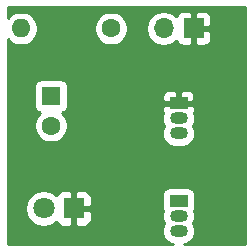
<source format=gbr>
G04 #@! TF.GenerationSoftware,KiCad,Pcbnew,(5.1.5)-3*
G04 #@! TF.CreationDate,2020-05-15T17:18:22+09:00*
G04 #@! TF.ProjectId,test1,74657374-312e-46b6-9963-61645f706362,rev?*
G04 #@! TF.SameCoordinates,Original*
G04 #@! TF.FileFunction,Copper,L2,Bot*
G04 #@! TF.FilePolarity,Positive*
%FSLAX46Y46*%
G04 Gerber Fmt 4.6, Leading zero omitted, Abs format (unit mm)*
G04 Created by KiCad (PCBNEW (5.1.5)-3) date 2020-05-15 17:18:22*
%MOMM*%
%LPD*%
G04 APERTURE LIST*
%ADD10R,1.600000X1.600000*%
%ADD11C,1.600000*%
%ADD12R,1.800000X1.800000*%
%ADD13C,1.800000*%
%ADD14R,1.700000X1.700000*%
%ADD15O,1.700000X1.700000*%
%ADD16R,1.500000X1.050000*%
%ADD17O,1.500000X1.050000*%
%ADD18O,1.600000X1.600000*%
%ADD19C,0.250000*%
%ADD20C,0.254000*%
G04 APERTURE END LIST*
D10*
X83185000Y-108585000D03*
D11*
X83185000Y-111085000D03*
D12*
X85090000Y-118110000D03*
D13*
X82550000Y-118110000D03*
D14*
X95250000Y-102870000D03*
D15*
X92710000Y-102870000D03*
D16*
X93980000Y-109220000D03*
D17*
X93980000Y-111760000D03*
X93980000Y-110490000D03*
X93980000Y-118745000D03*
X93980000Y-120015000D03*
D16*
X93980000Y-117475000D03*
D11*
X88265000Y-102870000D03*
D18*
X80645000Y-102870000D03*
D19*
X85090000Y-118110000D02*
X85090000Y-115570000D01*
X91440000Y-109220000D02*
X93980000Y-109220000D01*
X85090000Y-115570000D02*
X91440000Y-109220000D01*
X94980000Y-109220000D02*
X93980000Y-109220000D01*
X95250000Y-108950000D02*
X94980000Y-109220000D01*
X95250000Y-102870000D02*
X95250000Y-108950000D01*
D20*
G36*
X99568000Y-121158000D02*
G01*
X94433109Y-121158000D01*
X94651060Y-121091885D01*
X94852579Y-120984171D01*
X95029212Y-120839212D01*
X95174171Y-120662579D01*
X95281885Y-120461060D01*
X95348215Y-120242400D01*
X95370612Y-120015000D01*
X95348215Y-119787600D01*
X95281885Y-119568940D01*
X95180895Y-119380000D01*
X95281885Y-119191060D01*
X95348215Y-118972400D01*
X95370612Y-118745000D01*
X95348215Y-118517600D01*
X95284907Y-118308902D01*
X95319502Y-118244180D01*
X95355812Y-118124482D01*
X95368072Y-118000000D01*
X95368072Y-116950000D01*
X95355812Y-116825518D01*
X95319502Y-116705820D01*
X95260537Y-116595506D01*
X95181185Y-116498815D01*
X95084494Y-116419463D01*
X94974180Y-116360498D01*
X94854482Y-116324188D01*
X94730000Y-116311928D01*
X93230000Y-116311928D01*
X93105518Y-116324188D01*
X92985820Y-116360498D01*
X92875506Y-116419463D01*
X92778815Y-116498815D01*
X92699463Y-116595506D01*
X92640498Y-116705820D01*
X92604188Y-116825518D01*
X92591928Y-116950000D01*
X92591928Y-118000000D01*
X92604188Y-118124482D01*
X92640498Y-118244180D01*
X92675093Y-118308902D01*
X92611785Y-118517600D01*
X92589388Y-118745000D01*
X92611785Y-118972400D01*
X92678115Y-119191060D01*
X92779105Y-119380000D01*
X92678115Y-119568940D01*
X92611785Y-119787600D01*
X92589388Y-120015000D01*
X92611785Y-120242400D01*
X92678115Y-120461060D01*
X92785829Y-120662579D01*
X92930788Y-120839212D01*
X93107421Y-120984171D01*
X93308940Y-121091885D01*
X93526891Y-121158000D01*
X79502000Y-121158000D01*
X79502000Y-117958816D01*
X81015000Y-117958816D01*
X81015000Y-118261184D01*
X81073989Y-118557743D01*
X81189701Y-118837095D01*
X81357688Y-119088505D01*
X81571495Y-119302312D01*
X81822905Y-119470299D01*
X82102257Y-119586011D01*
X82398816Y-119645000D01*
X82701184Y-119645000D01*
X82997743Y-119586011D01*
X83277095Y-119470299D01*
X83528505Y-119302312D01*
X83594944Y-119235873D01*
X83600498Y-119254180D01*
X83659463Y-119364494D01*
X83738815Y-119461185D01*
X83835506Y-119540537D01*
X83945820Y-119599502D01*
X84065518Y-119635812D01*
X84190000Y-119648072D01*
X84804250Y-119645000D01*
X84963000Y-119486250D01*
X84963000Y-118237000D01*
X85217000Y-118237000D01*
X85217000Y-119486250D01*
X85375750Y-119645000D01*
X85990000Y-119648072D01*
X86114482Y-119635812D01*
X86234180Y-119599502D01*
X86344494Y-119540537D01*
X86441185Y-119461185D01*
X86520537Y-119364494D01*
X86579502Y-119254180D01*
X86615812Y-119134482D01*
X86628072Y-119010000D01*
X86625000Y-118395750D01*
X86466250Y-118237000D01*
X85217000Y-118237000D01*
X84963000Y-118237000D01*
X84943000Y-118237000D01*
X84943000Y-117983000D01*
X84963000Y-117983000D01*
X84963000Y-116733750D01*
X85217000Y-116733750D01*
X85217000Y-117983000D01*
X86466250Y-117983000D01*
X86625000Y-117824250D01*
X86628072Y-117210000D01*
X86615812Y-117085518D01*
X86579502Y-116965820D01*
X86520537Y-116855506D01*
X86441185Y-116758815D01*
X86344494Y-116679463D01*
X86234180Y-116620498D01*
X86114482Y-116584188D01*
X85990000Y-116571928D01*
X85375750Y-116575000D01*
X85217000Y-116733750D01*
X84963000Y-116733750D01*
X84804250Y-116575000D01*
X84190000Y-116571928D01*
X84065518Y-116584188D01*
X83945820Y-116620498D01*
X83835506Y-116679463D01*
X83738815Y-116758815D01*
X83659463Y-116855506D01*
X83600498Y-116965820D01*
X83594944Y-116984127D01*
X83528505Y-116917688D01*
X83277095Y-116749701D01*
X82997743Y-116633989D01*
X82701184Y-116575000D01*
X82398816Y-116575000D01*
X82102257Y-116633989D01*
X81822905Y-116749701D01*
X81571495Y-116917688D01*
X81357688Y-117131495D01*
X81189701Y-117382905D01*
X81073989Y-117662257D01*
X81015000Y-117958816D01*
X79502000Y-117958816D01*
X79502000Y-107785000D01*
X81746928Y-107785000D01*
X81746928Y-109385000D01*
X81759188Y-109509482D01*
X81795498Y-109629180D01*
X81854463Y-109739494D01*
X81933815Y-109836185D01*
X82030506Y-109915537D01*
X82140820Y-109974502D01*
X82236943Y-110003661D01*
X82070363Y-110170241D01*
X81913320Y-110405273D01*
X81805147Y-110666426D01*
X81750000Y-110943665D01*
X81750000Y-111226335D01*
X81805147Y-111503574D01*
X81913320Y-111764727D01*
X82070363Y-111999759D01*
X82270241Y-112199637D01*
X82505273Y-112356680D01*
X82766426Y-112464853D01*
X83043665Y-112520000D01*
X83326335Y-112520000D01*
X83603574Y-112464853D01*
X83864727Y-112356680D01*
X84099759Y-112199637D01*
X84299637Y-111999759D01*
X84456680Y-111764727D01*
X84564853Y-111503574D01*
X84620000Y-111226335D01*
X84620000Y-110943665D01*
X84564853Y-110666426D01*
X84491776Y-110490000D01*
X92589388Y-110490000D01*
X92611785Y-110717400D01*
X92678115Y-110936060D01*
X92779105Y-111125000D01*
X92678115Y-111313940D01*
X92611785Y-111532600D01*
X92589388Y-111760000D01*
X92611785Y-111987400D01*
X92678115Y-112206060D01*
X92785829Y-112407579D01*
X92930788Y-112584212D01*
X93107421Y-112729171D01*
X93308940Y-112836885D01*
X93527600Y-112903215D01*
X93698021Y-112920000D01*
X94261979Y-112920000D01*
X94432400Y-112903215D01*
X94651060Y-112836885D01*
X94852579Y-112729171D01*
X95029212Y-112584212D01*
X95174171Y-112407579D01*
X95281885Y-112206060D01*
X95348215Y-111987400D01*
X95370612Y-111760000D01*
X95348215Y-111532600D01*
X95281885Y-111313940D01*
X95180895Y-111125000D01*
X95281885Y-110936060D01*
X95348215Y-110717400D01*
X95370612Y-110490000D01*
X95348215Y-110262600D01*
X95284907Y-110053902D01*
X95319502Y-109989180D01*
X95355812Y-109869482D01*
X95368072Y-109745000D01*
X95365000Y-109505750D01*
X95206250Y-109347000D01*
X94433109Y-109347000D01*
X94432400Y-109346785D01*
X94261979Y-109330000D01*
X93698021Y-109330000D01*
X93527600Y-109346785D01*
X93526891Y-109347000D01*
X92753750Y-109347000D01*
X92595000Y-109505750D01*
X92591928Y-109745000D01*
X92604188Y-109869482D01*
X92640498Y-109989180D01*
X92675093Y-110053902D01*
X92611785Y-110262600D01*
X92589388Y-110490000D01*
X84491776Y-110490000D01*
X84456680Y-110405273D01*
X84299637Y-110170241D01*
X84133057Y-110003661D01*
X84229180Y-109974502D01*
X84339494Y-109915537D01*
X84436185Y-109836185D01*
X84515537Y-109739494D01*
X84574502Y-109629180D01*
X84610812Y-109509482D01*
X84623072Y-109385000D01*
X84623072Y-108695000D01*
X92591928Y-108695000D01*
X92595000Y-108934250D01*
X92753750Y-109093000D01*
X93853000Y-109093000D01*
X93853000Y-108218750D01*
X94107000Y-108218750D01*
X94107000Y-109093000D01*
X95206250Y-109093000D01*
X95365000Y-108934250D01*
X95368072Y-108695000D01*
X95355812Y-108570518D01*
X95319502Y-108450820D01*
X95260537Y-108340506D01*
X95181185Y-108243815D01*
X95084494Y-108164463D01*
X94974180Y-108105498D01*
X94854482Y-108069188D01*
X94730000Y-108056928D01*
X94265750Y-108060000D01*
X94107000Y-108218750D01*
X93853000Y-108218750D01*
X93694250Y-108060000D01*
X93230000Y-108056928D01*
X93105518Y-108069188D01*
X92985820Y-108105498D01*
X92875506Y-108164463D01*
X92778815Y-108243815D01*
X92699463Y-108340506D01*
X92640498Y-108450820D01*
X92604188Y-108570518D01*
X92591928Y-108695000D01*
X84623072Y-108695000D01*
X84623072Y-107785000D01*
X84610812Y-107660518D01*
X84574502Y-107540820D01*
X84515537Y-107430506D01*
X84436185Y-107333815D01*
X84339494Y-107254463D01*
X84229180Y-107195498D01*
X84109482Y-107159188D01*
X83985000Y-107146928D01*
X82385000Y-107146928D01*
X82260518Y-107159188D01*
X82140820Y-107195498D01*
X82030506Y-107254463D01*
X81933815Y-107333815D01*
X81854463Y-107430506D01*
X81795498Y-107540820D01*
X81759188Y-107660518D01*
X81746928Y-107785000D01*
X79502000Y-107785000D01*
X79502000Y-103742311D01*
X79530363Y-103784759D01*
X79730241Y-103984637D01*
X79965273Y-104141680D01*
X80226426Y-104249853D01*
X80503665Y-104305000D01*
X80786335Y-104305000D01*
X81063574Y-104249853D01*
X81324727Y-104141680D01*
X81559759Y-103984637D01*
X81759637Y-103784759D01*
X81916680Y-103549727D01*
X82024853Y-103288574D01*
X82080000Y-103011335D01*
X82080000Y-102728665D01*
X86830000Y-102728665D01*
X86830000Y-103011335D01*
X86885147Y-103288574D01*
X86993320Y-103549727D01*
X87150363Y-103784759D01*
X87350241Y-103984637D01*
X87585273Y-104141680D01*
X87846426Y-104249853D01*
X88123665Y-104305000D01*
X88406335Y-104305000D01*
X88683574Y-104249853D01*
X88944727Y-104141680D01*
X89179759Y-103984637D01*
X89379637Y-103784759D01*
X89536680Y-103549727D01*
X89644853Y-103288574D01*
X89700000Y-103011335D01*
X89700000Y-102728665D01*
X89699021Y-102723740D01*
X91225000Y-102723740D01*
X91225000Y-103016260D01*
X91282068Y-103303158D01*
X91394010Y-103573411D01*
X91556525Y-103816632D01*
X91763368Y-104023475D01*
X92006589Y-104185990D01*
X92276842Y-104297932D01*
X92563740Y-104355000D01*
X92856260Y-104355000D01*
X93143158Y-104297932D01*
X93413411Y-104185990D01*
X93656632Y-104023475D01*
X93788487Y-103891620D01*
X93810498Y-103964180D01*
X93869463Y-104074494D01*
X93948815Y-104171185D01*
X94045506Y-104250537D01*
X94155820Y-104309502D01*
X94275518Y-104345812D01*
X94400000Y-104358072D01*
X94964250Y-104355000D01*
X95123000Y-104196250D01*
X95123000Y-102997000D01*
X95377000Y-102997000D01*
X95377000Y-104196250D01*
X95535750Y-104355000D01*
X96100000Y-104358072D01*
X96224482Y-104345812D01*
X96344180Y-104309502D01*
X96454494Y-104250537D01*
X96551185Y-104171185D01*
X96630537Y-104074494D01*
X96689502Y-103964180D01*
X96725812Y-103844482D01*
X96738072Y-103720000D01*
X96735000Y-103155750D01*
X96576250Y-102997000D01*
X95377000Y-102997000D01*
X95123000Y-102997000D01*
X95103000Y-102997000D01*
X95103000Y-102743000D01*
X95123000Y-102743000D01*
X95123000Y-101543750D01*
X95377000Y-101543750D01*
X95377000Y-102743000D01*
X96576250Y-102743000D01*
X96735000Y-102584250D01*
X96738072Y-102020000D01*
X96725812Y-101895518D01*
X96689502Y-101775820D01*
X96630537Y-101665506D01*
X96551185Y-101568815D01*
X96454494Y-101489463D01*
X96344180Y-101430498D01*
X96224482Y-101394188D01*
X96100000Y-101381928D01*
X95535750Y-101385000D01*
X95377000Y-101543750D01*
X95123000Y-101543750D01*
X94964250Y-101385000D01*
X94400000Y-101381928D01*
X94275518Y-101394188D01*
X94155820Y-101430498D01*
X94045506Y-101489463D01*
X93948815Y-101568815D01*
X93869463Y-101665506D01*
X93810498Y-101775820D01*
X93788487Y-101848380D01*
X93656632Y-101716525D01*
X93413411Y-101554010D01*
X93143158Y-101442068D01*
X92856260Y-101385000D01*
X92563740Y-101385000D01*
X92276842Y-101442068D01*
X92006589Y-101554010D01*
X91763368Y-101716525D01*
X91556525Y-101923368D01*
X91394010Y-102166589D01*
X91282068Y-102436842D01*
X91225000Y-102723740D01*
X89699021Y-102723740D01*
X89644853Y-102451426D01*
X89536680Y-102190273D01*
X89379637Y-101955241D01*
X89179759Y-101755363D01*
X88944727Y-101598320D01*
X88683574Y-101490147D01*
X88406335Y-101435000D01*
X88123665Y-101435000D01*
X87846426Y-101490147D01*
X87585273Y-101598320D01*
X87350241Y-101755363D01*
X87150363Y-101955241D01*
X86993320Y-102190273D01*
X86885147Y-102451426D01*
X86830000Y-102728665D01*
X82080000Y-102728665D01*
X82024853Y-102451426D01*
X81916680Y-102190273D01*
X81759637Y-101955241D01*
X81559759Y-101755363D01*
X81324727Y-101598320D01*
X81063574Y-101490147D01*
X80786335Y-101435000D01*
X80503665Y-101435000D01*
X80226426Y-101490147D01*
X79965273Y-101598320D01*
X79730241Y-101755363D01*
X79530363Y-101955241D01*
X79502000Y-101997689D01*
X79502000Y-101092000D01*
X99568000Y-101092000D01*
X99568000Y-121158000D01*
G37*
X99568000Y-121158000D02*
X94433109Y-121158000D01*
X94651060Y-121091885D01*
X94852579Y-120984171D01*
X95029212Y-120839212D01*
X95174171Y-120662579D01*
X95281885Y-120461060D01*
X95348215Y-120242400D01*
X95370612Y-120015000D01*
X95348215Y-119787600D01*
X95281885Y-119568940D01*
X95180895Y-119380000D01*
X95281885Y-119191060D01*
X95348215Y-118972400D01*
X95370612Y-118745000D01*
X95348215Y-118517600D01*
X95284907Y-118308902D01*
X95319502Y-118244180D01*
X95355812Y-118124482D01*
X95368072Y-118000000D01*
X95368072Y-116950000D01*
X95355812Y-116825518D01*
X95319502Y-116705820D01*
X95260537Y-116595506D01*
X95181185Y-116498815D01*
X95084494Y-116419463D01*
X94974180Y-116360498D01*
X94854482Y-116324188D01*
X94730000Y-116311928D01*
X93230000Y-116311928D01*
X93105518Y-116324188D01*
X92985820Y-116360498D01*
X92875506Y-116419463D01*
X92778815Y-116498815D01*
X92699463Y-116595506D01*
X92640498Y-116705820D01*
X92604188Y-116825518D01*
X92591928Y-116950000D01*
X92591928Y-118000000D01*
X92604188Y-118124482D01*
X92640498Y-118244180D01*
X92675093Y-118308902D01*
X92611785Y-118517600D01*
X92589388Y-118745000D01*
X92611785Y-118972400D01*
X92678115Y-119191060D01*
X92779105Y-119380000D01*
X92678115Y-119568940D01*
X92611785Y-119787600D01*
X92589388Y-120015000D01*
X92611785Y-120242400D01*
X92678115Y-120461060D01*
X92785829Y-120662579D01*
X92930788Y-120839212D01*
X93107421Y-120984171D01*
X93308940Y-121091885D01*
X93526891Y-121158000D01*
X79502000Y-121158000D01*
X79502000Y-117958816D01*
X81015000Y-117958816D01*
X81015000Y-118261184D01*
X81073989Y-118557743D01*
X81189701Y-118837095D01*
X81357688Y-119088505D01*
X81571495Y-119302312D01*
X81822905Y-119470299D01*
X82102257Y-119586011D01*
X82398816Y-119645000D01*
X82701184Y-119645000D01*
X82997743Y-119586011D01*
X83277095Y-119470299D01*
X83528505Y-119302312D01*
X83594944Y-119235873D01*
X83600498Y-119254180D01*
X83659463Y-119364494D01*
X83738815Y-119461185D01*
X83835506Y-119540537D01*
X83945820Y-119599502D01*
X84065518Y-119635812D01*
X84190000Y-119648072D01*
X84804250Y-119645000D01*
X84963000Y-119486250D01*
X84963000Y-118237000D01*
X85217000Y-118237000D01*
X85217000Y-119486250D01*
X85375750Y-119645000D01*
X85990000Y-119648072D01*
X86114482Y-119635812D01*
X86234180Y-119599502D01*
X86344494Y-119540537D01*
X86441185Y-119461185D01*
X86520537Y-119364494D01*
X86579502Y-119254180D01*
X86615812Y-119134482D01*
X86628072Y-119010000D01*
X86625000Y-118395750D01*
X86466250Y-118237000D01*
X85217000Y-118237000D01*
X84963000Y-118237000D01*
X84943000Y-118237000D01*
X84943000Y-117983000D01*
X84963000Y-117983000D01*
X84963000Y-116733750D01*
X85217000Y-116733750D01*
X85217000Y-117983000D01*
X86466250Y-117983000D01*
X86625000Y-117824250D01*
X86628072Y-117210000D01*
X86615812Y-117085518D01*
X86579502Y-116965820D01*
X86520537Y-116855506D01*
X86441185Y-116758815D01*
X86344494Y-116679463D01*
X86234180Y-116620498D01*
X86114482Y-116584188D01*
X85990000Y-116571928D01*
X85375750Y-116575000D01*
X85217000Y-116733750D01*
X84963000Y-116733750D01*
X84804250Y-116575000D01*
X84190000Y-116571928D01*
X84065518Y-116584188D01*
X83945820Y-116620498D01*
X83835506Y-116679463D01*
X83738815Y-116758815D01*
X83659463Y-116855506D01*
X83600498Y-116965820D01*
X83594944Y-116984127D01*
X83528505Y-116917688D01*
X83277095Y-116749701D01*
X82997743Y-116633989D01*
X82701184Y-116575000D01*
X82398816Y-116575000D01*
X82102257Y-116633989D01*
X81822905Y-116749701D01*
X81571495Y-116917688D01*
X81357688Y-117131495D01*
X81189701Y-117382905D01*
X81073989Y-117662257D01*
X81015000Y-117958816D01*
X79502000Y-117958816D01*
X79502000Y-107785000D01*
X81746928Y-107785000D01*
X81746928Y-109385000D01*
X81759188Y-109509482D01*
X81795498Y-109629180D01*
X81854463Y-109739494D01*
X81933815Y-109836185D01*
X82030506Y-109915537D01*
X82140820Y-109974502D01*
X82236943Y-110003661D01*
X82070363Y-110170241D01*
X81913320Y-110405273D01*
X81805147Y-110666426D01*
X81750000Y-110943665D01*
X81750000Y-111226335D01*
X81805147Y-111503574D01*
X81913320Y-111764727D01*
X82070363Y-111999759D01*
X82270241Y-112199637D01*
X82505273Y-112356680D01*
X82766426Y-112464853D01*
X83043665Y-112520000D01*
X83326335Y-112520000D01*
X83603574Y-112464853D01*
X83864727Y-112356680D01*
X84099759Y-112199637D01*
X84299637Y-111999759D01*
X84456680Y-111764727D01*
X84564853Y-111503574D01*
X84620000Y-111226335D01*
X84620000Y-110943665D01*
X84564853Y-110666426D01*
X84491776Y-110490000D01*
X92589388Y-110490000D01*
X92611785Y-110717400D01*
X92678115Y-110936060D01*
X92779105Y-111125000D01*
X92678115Y-111313940D01*
X92611785Y-111532600D01*
X92589388Y-111760000D01*
X92611785Y-111987400D01*
X92678115Y-112206060D01*
X92785829Y-112407579D01*
X92930788Y-112584212D01*
X93107421Y-112729171D01*
X93308940Y-112836885D01*
X93527600Y-112903215D01*
X93698021Y-112920000D01*
X94261979Y-112920000D01*
X94432400Y-112903215D01*
X94651060Y-112836885D01*
X94852579Y-112729171D01*
X95029212Y-112584212D01*
X95174171Y-112407579D01*
X95281885Y-112206060D01*
X95348215Y-111987400D01*
X95370612Y-111760000D01*
X95348215Y-111532600D01*
X95281885Y-111313940D01*
X95180895Y-111125000D01*
X95281885Y-110936060D01*
X95348215Y-110717400D01*
X95370612Y-110490000D01*
X95348215Y-110262600D01*
X95284907Y-110053902D01*
X95319502Y-109989180D01*
X95355812Y-109869482D01*
X95368072Y-109745000D01*
X95365000Y-109505750D01*
X95206250Y-109347000D01*
X94433109Y-109347000D01*
X94432400Y-109346785D01*
X94261979Y-109330000D01*
X93698021Y-109330000D01*
X93527600Y-109346785D01*
X93526891Y-109347000D01*
X92753750Y-109347000D01*
X92595000Y-109505750D01*
X92591928Y-109745000D01*
X92604188Y-109869482D01*
X92640498Y-109989180D01*
X92675093Y-110053902D01*
X92611785Y-110262600D01*
X92589388Y-110490000D01*
X84491776Y-110490000D01*
X84456680Y-110405273D01*
X84299637Y-110170241D01*
X84133057Y-110003661D01*
X84229180Y-109974502D01*
X84339494Y-109915537D01*
X84436185Y-109836185D01*
X84515537Y-109739494D01*
X84574502Y-109629180D01*
X84610812Y-109509482D01*
X84623072Y-109385000D01*
X84623072Y-108695000D01*
X92591928Y-108695000D01*
X92595000Y-108934250D01*
X92753750Y-109093000D01*
X93853000Y-109093000D01*
X93853000Y-108218750D01*
X94107000Y-108218750D01*
X94107000Y-109093000D01*
X95206250Y-109093000D01*
X95365000Y-108934250D01*
X95368072Y-108695000D01*
X95355812Y-108570518D01*
X95319502Y-108450820D01*
X95260537Y-108340506D01*
X95181185Y-108243815D01*
X95084494Y-108164463D01*
X94974180Y-108105498D01*
X94854482Y-108069188D01*
X94730000Y-108056928D01*
X94265750Y-108060000D01*
X94107000Y-108218750D01*
X93853000Y-108218750D01*
X93694250Y-108060000D01*
X93230000Y-108056928D01*
X93105518Y-108069188D01*
X92985820Y-108105498D01*
X92875506Y-108164463D01*
X92778815Y-108243815D01*
X92699463Y-108340506D01*
X92640498Y-108450820D01*
X92604188Y-108570518D01*
X92591928Y-108695000D01*
X84623072Y-108695000D01*
X84623072Y-107785000D01*
X84610812Y-107660518D01*
X84574502Y-107540820D01*
X84515537Y-107430506D01*
X84436185Y-107333815D01*
X84339494Y-107254463D01*
X84229180Y-107195498D01*
X84109482Y-107159188D01*
X83985000Y-107146928D01*
X82385000Y-107146928D01*
X82260518Y-107159188D01*
X82140820Y-107195498D01*
X82030506Y-107254463D01*
X81933815Y-107333815D01*
X81854463Y-107430506D01*
X81795498Y-107540820D01*
X81759188Y-107660518D01*
X81746928Y-107785000D01*
X79502000Y-107785000D01*
X79502000Y-103742311D01*
X79530363Y-103784759D01*
X79730241Y-103984637D01*
X79965273Y-104141680D01*
X80226426Y-104249853D01*
X80503665Y-104305000D01*
X80786335Y-104305000D01*
X81063574Y-104249853D01*
X81324727Y-104141680D01*
X81559759Y-103984637D01*
X81759637Y-103784759D01*
X81916680Y-103549727D01*
X82024853Y-103288574D01*
X82080000Y-103011335D01*
X82080000Y-102728665D01*
X86830000Y-102728665D01*
X86830000Y-103011335D01*
X86885147Y-103288574D01*
X86993320Y-103549727D01*
X87150363Y-103784759D01*
X87350241Y-103984637D01*
X87585273Y-104141680D01*
X87846426Y-104249853D01*
X88123665Y-104305000D01*
X88406335Y-104305000D01*
X88683574Y-104249853D01*
X88944727Y-104141680D01*
X89179759Y-103984637D01*
X89379637Y-103784759D01*
X89536680Y-103549727D01*
X89644853Y-103288574D01*
X89700000Y-103011335D01*
X89700000Y-102728665D01*
X89699021Y-102723740D01*
X91225000Y-102723740D01*
X91225000Y-103016260D01*
X91282068Y-103303158D01*
X91394010Y-103573411D01*
X91556525Y-103816632D01*
X91763368Y-104023475D01*
X92006589Y-104185990D01*
X92276842Y-104297932D01*
X92563740Y-104355000D01*
X92856260Y-104355000D01*
X93143158Y-104297932D01*
X93413411Y-104185990D01*
X93656632Y-104023475D01*
X93788487Y-103891620D01*
X93810498Y-103964180D01*
X93869463Y-104074494D01*
X93948815Y-104171185D01*
X94045506Y-104250537D01*
X94155820Y-104309502D01*
X94275518Y-104345812D01*
X94400000Y-104358072D01*
X94964250Y-104355000D01*
X95123000Y-104196250D01*
X95123000Y-102997000D01*
X95377000Y-102997000D01*
X95377000Y-104196250D01*
X95535750Y-104355000D01*
X96100000Y-104358072D01*
X96224482Y-104345812D01*
X96344180Y-104309502D01*
X96454494Y-104250537D01*
X96551185Y-104171185D01*
X96630537Y-104074494D01*
X96689502Y-103964180D01*
X96725812Y-103844482D01*
X96738072Y-103720000D01*
X96735000Y-103155750D01*
X96576250Y-102997000D01*
X95377000Y-102997000D01*
X95123000Y-102997000D01*
X95103000Y-102997000D01*
X95103000Y-102743000D01*
X95123000Y-102743000D01*
X95123000Y-101543750D01*
X95377000Y-101543750D01*
X95377000Y-102743000D01*
X96576250Y-102743000D01*
X96735000Y-102584250D01*
X96738072Y-102020000D01*
X96725812Y-101895518D01*
X96689502Y-101775820D01*
X96630537Y-101665506D01*
X96551185Y-101568815D01*
X96454494Y-101489463D01*
X96344180Y-101430498D01*
X96224482Y-101394188D01*
X96100000Y-101381928D01*
X95535750Y-101385000D01*
X95377000Y-101543750D01*
X95123000Y-101543750D01*
X94964250Y-101385000D01*
X94400000Y-101381928D01*
X94275518Y-101394188D01*
X94155820Y-101430498D01*
X94045506Y-101489463D01*
X93948815Y-101568815D01*
X93869463Y-101665506D01*
X93810498Y-101775820D01*
X93788487Y-101848380D01*
X93656632Y-101716525D01*
X93413411Y-101554010D01*
X93143158Y-101442068D01*
X92856260Y-101385000D01*
X92563740Y-101385000D01*
X92276842Y-101442068D01*
X92006589Y-101554010D01*
X91763368Y-101716525D01*
X91556525Y-101923368D01*
X91394010Y-102166589D01*
X91282068Y-102436842D01*
X91225000Y-102723740D01*
X89699021Y-102723740D01*
X89644853Y-102451426D01*
X89536680Y-102190273D01*
X89379637Y-101955241D01*
X89179759Y-101755363D01*
X88944727Y-101598320D01*
X88683574Y-101490147D01*
X88406335Y-101435000D01*
X88123665Y-101435000D01*
X87846426Y-101490147D01*
X87585273Y-101598320D01*
X87350241Y-101755363D01*
X87150363Y-101955241D01*
X86993320Y-102190273D01*
X86885147Y-102451426D01*
X86830000Y-102728665D01*
X82080000Y-102728665D01*
X82024853Y-102451426D01*
X81916680Y-102190273D01*
X81759637Y-101955241D01*
X81559759Y-101755363D01*
X81324727Y-101598320D01*
X81063574Y-101490147D01*
X80786335Y-101435000D01*
X80503665Y-101435000D01*
X80226426Y-101490147D01*
X79965273Y-101598320D01*
X79730241Y-101755363D01*
X79530363Y-101955241D01*
X79502000Y-101997689D01*
X79502000Y-101092000D01*
X99568000Y-101092000D01*
X99568000Y-121158000D01*
M02*

</source>
